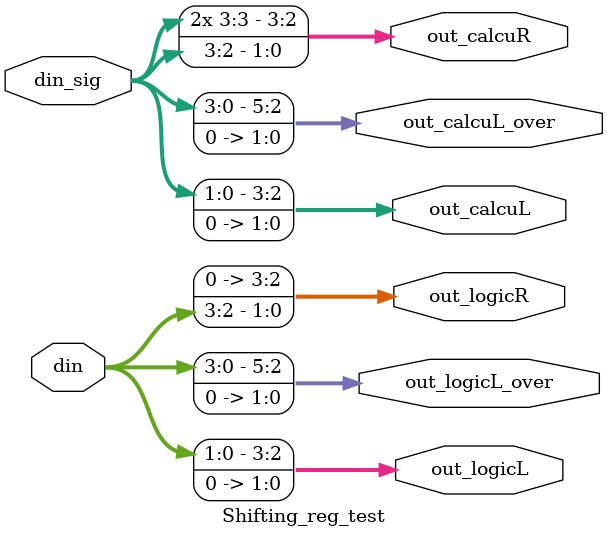
<source format=v>

module Shifting_reg_test(
    din,
    din_sig,
    out_logicL,
    out_logicL_over,
    out_logicR,
    out_calcuL,
    out_calcuL_over,
    out_calcuR
);
    input [3:0]din;
    input signed [3:0]din_sig;

    output [3:0] out_logicL;
    output [5:0] out_logicL_over;
    output [3:0] out_logicR;
    output signed [3:0] out_calcuL;
    output signed [5:0] out_calcuL_over;
    output signed [3:0] out_calcuR;

    /* verilator lint_off WIDTH */
    assign out_logicL = din <<2;
    assign out_logicL_over = din <<2;
    assign out_logicR = din >>2;

    assign out_calcuL = din_sig <<<2;
    assign out_calcuL_over = din_sig <<<2;
    assign out_calcuR = din_sig >>>2;
   
    

endmodule
</source>
